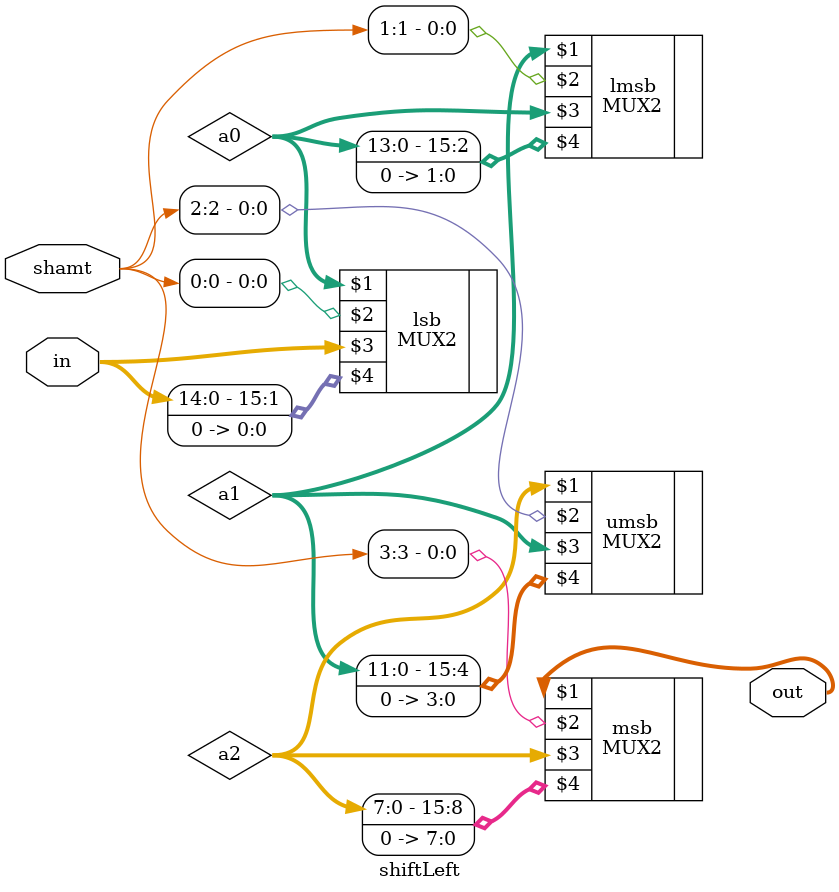
<source format=v>
`include "basic.v"
/**********************************
*****      Register16         *****
**********************************/

module REG16(inp, f_outp, clk, reset);
    input [15:0] inp; 
    input clk;
    input reset;
    wire[15:0] outp; 
    output [15:0] f_outp; reg [15:0] f_outp;

    REG4 reg1(inp[15:12], outp[15:12], clk, reset),
         reg2(inp[11:8], outp[11:8], clk, reset),
         reg3(inp[7:4], outp[7:4], clk, reset),
         reg4(inp[3:0], outp[3:0], clk, reset);

    always @*
    begin
        f_outp = outp;
    end
endmodule

/**********************************
*****      Register4          *****
**********************************/
module REG4(inp, f_outp, clk, reset);
    input [3:0] inp; wire [3:0] inp;
    input clk; wire clk;
    input reset;
    wire [3:0] outp;
    output[3:0] f_outp; reg[3:0] f_outp;

    DFF the_reg [3:0] (clk, inp, outp, reset);
    always @*
    begin
        f_outp = outp;
    end
endmodule


/**********************************
*****      AND GATE       *********
**********************************/

// 16-bit AND //
module bit16_and (out, a, b);
    input [15:0] a, b;
    output [15:0] out;

    bit8_and t1(out[15:8], a[15:8], b[15:8]),
             t2(out[7:0], a[7:0], b[7:0]);
endmodule

/**********************************
*****      NOT GATE       *********
**********************************/

// 16-bit NOT //
module bit16_not (out, a);
    input [15:0] a;
    output [15:0] out;

    bit8_not t1(out[15:8], a[15:8]),
             t2(out[7:0], a[7:0]);
endmodule

/**********************************
*****      OR GATE        *********
**********************************/

// 16-bit OR //
module bit16_or (out, a, b);
    input [15:0] a, b;
    output [15:0] out;

    bit8_or t1(out[15:8], a[15:8], b[15:8]),
            t2(out[7:0], a[7:0], b[7:0]);
endmodule

/**********************************
*****      NOR GATE      *********
**********************************/

module bit16_nor (out, a, b);
    input [15:0] a, b;
    output [15:0] out;
    wire   [15:0] connect;

    bit16_or t1 (connect, a, b);
    bit16_not t2 (out, connect);
endmodule

/**********************************
*****      NAND GATE      *********
**********************************/

module bit16_nand (out, a, b);
    input [15:0] a, b;
    output [15:0] out;
    wire   [15:0] connect;

    bit16_and t1 (connect, a, b);
    bit16_not t2 (out, connect);
endmodule

/**********************************
*****      XOR GATE       *********
**********************************/

// 16-bit XOR //
module bit16_xor (out, a, b);
    input [15:0] a, b;
    output [15:0] out;

    bit8_xor t1(out[15:8], a[15:8], b[15:8]),
             t2(out[7:0], a[7:0], b[7:0]);
endmodule

/**********************************
*****      XNOR GATE      *********
**********************************/

module bit16_xnor (out, a, b);
    input [15:0] a, b;
    output [15:0] out;
    wire   [15:0] connect;

    bit16_xor t1 (connect, a, b);
    bit16_not t2 (out, connect);
endmodule

/***************************
****** 16 Bit-Adder ********
****************************/

module bit16_adder(num1, num2, mode, error, sum);

input [15:0] num1; wire [15:0] num1;
input [15:0] num2; wire [15:0] num2;
input [15:0] mode; wire [15:0] mode;

output [15:0] sum; wire [15:0] sum;
output error; wire error;
wire carry; 
wire[16:0] Cin;
wire[15:0] Cout;
wire[15:0] modB;

assign Cin[0]=mode[0];
assign Cin[16:1]=Cout[15:0];


assign carry=Cout[15];
assign error = mode[0] ^ carry;
assign modB[15:0] = num2[15:0] ^ mode[15:0];

add_full FA[15:0] (num1[15:0],modB[15:0],Cin[15:0],Cout[15:0],sum[15:0]);

endmodule

//Multiplier & Divisor
//Behavioral for now, may change later
/**********************************
*****      Multiplier       *******
**********************************/
module multiplier_16bit(a, b, out, error);
    input [15:0] a, b;
    output [15:0] out; reg [15:0] out;
    output error; reg error;
    //output error; wire error;
    reg [31:0] mult;
    integer i, j; 

    always @(a, b)
    begin
        mult = a*b;
        error = 0;
        for (i = 31; i > 15; i = i - 1) 
        begin
            error = error | mult[i];
            out[i-16] = mult[i-16];    
        end
    end
endmodule

/**********************************
*****      Divider         ********
**********************************/
module divider_16bit(a, b, out, error);
    input [15:0] a, b;
    output [15:0] out; reg [15:0] out;
    output error; reg error;
    //output error; wire error;
    integer i, j; 

    always @(a, b)
    begin
        out = a/b;
        error = ~(|b);
    end
endmodule

/**********************************
*****      Modulus         ********
**********************************/
module modulus_16bit(a, b, out, error);
    input [15:0] a, b;
    output [15:0] out; reg [15:0] out;
    output error; reg error;
    //output error; wire error;
    integer i, j; 

    always @(a, b)
    begin
        out = a%b;
        error = ~(|b);
    end
endmodule

/**********************************
*****      ShiftRight       *******
**********************************/

module shiftRight(out, in, shamt);
    output [15:0] out; wire [15:0] out;
    input  [15:0] in; wire [15:0] in;
    input  [3:0] shamt; wire [3:0] shamt;

    wire [15:0] a0, a1, a2;

    //Shift by 0 or 1 bits
    MUX2 lsb(a0, shamt[0], in, {1'b0, in[15:1]});
    //Shift by 0 or 2 bits
    MUX2 lmsb(a1, shamt[1], a0, {2'b0, a0[15:2]});
    //Shift by 0 or 4 bits
    MUX2 umsb(a2, shamt[2], a1, {4'b0, a1[15:4]});
    //Shift by 0 or 8 bits
    MUX2 msb(out, shamt[3], a2, {8'b0, a2[15:8]});
endmodule

/**********************************
*****      ShiftLeft       *******
**********************************/

module shiftLeft(out, in, shamt);
    output [15:0] out; wire [15:0] out;
    input  [15:0] in; wire [15:0] in;
    input  [3:0] shamt; wire [3:0] shamt;

    wire [15:0] a0, a1, a2;

    //Shift by 0 or 1 bits
    MUX2 lsb(a0, shamt[0], in, {in[14:0], 1'b0});
    //Shift by 0 or 2 bits
    MUX2 lmsb(a1, shamt[1], a0, {a0[13:0], 2'b0});
    //Shift by 0 or 4 bits
    MUX2 umsb(a2, shamt[2], a1, {a1[11:0], 4'b0});
    //Shift by 0 or 8 bits
    MUX2 msb(out, shamt[3], a2, {a2[7:0], 8'b0});
endmodule

</source>
